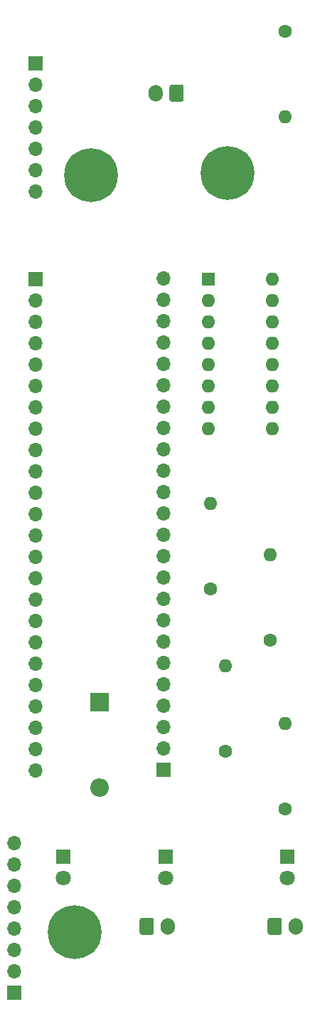
<source format=gts>
G04 #@! TF.GenerationSoftware,KiCad,Pcbnew,(5.1.10-1-10_14)*
G04 #@! TF.CreationDate,2021-07-19T21:53:09+01:00*
G04 #@! TF.ProjectId,sofbpcb,736f6662-7063-4622-9e6b-696361645f70,1*
G04 #@! TF.SameCoordinates,Original*
G04 #@! TF.FileFunction,Soldermask,Top*
G04 #@! TF.FilePolarity,Negative*
%FSLAX46Y46*%
G04 Gerber Fmt 4.6, Leading zero omitted, Abs format (unit mm)*
G04 Created by KiCad (PCBNEW (5.1.10-1-10_14)) date 2021-07-19 21:53:09*
%MOMM*%
%LPD*%
G01*
G04 APERTURE LIST*
%ADD10C,6.400000*%
%ADD11R,1.700000X1.700000*%
%ADD12O,1.700000X1.700000*%
%ADD13O,1.700000X2.000000*%
%ADD14C,1.600000*%
%ADD15O,1.600000X1.600000*%
%ADD16R,1.600000X1.600000*%
%ADD17R,2.200000X2.200000*%
%ADD18O,2.200000X2.200000*%
%ADD19R,1.800000X1.800000*%
%ADD20C,1.800000*%
G04 APERTURE END LIST*
D10*
X127754000Y-55246000D03*
X111500000Y-55500000D03*
X109500000Y-145500000D03*
D11*
X104902000Y-42164000D03*
D12*
X104902000Y-44704000D03*
X104902000Y-47244000D03*
X104902000Y-49784000D03*
X104902000Y-52324000D03*
X104902000Y-54864000D03*
X104902000Y-57404000D03*
D13*
X120610000Y-144780000D03*
G36*
G01*
X117260000Y-145530000D02*
X117260000Y-144030000D01*
G75*
G02*
X117510000Y-143780000I250000J0D01*
G01*
X118710000Y-143780000D01*
G75*
G02*
X118960000Y-144030000I0J-250000D01*
G01*
X118960000Y-145530000D01*
G75*
G02*
X118710000Y-145780000I-250000J0D01*
G01*
X117510000Y-145780000D01*
G75*
G02*
X117260000Y-145530000I0J250000D01*
G01*
G37*
G36*
G01*
X122516000Y-44970000D02*
X122516000Y-46470000D01*
G75*
G02*
X122266000Y-46720000I-250000J0D01*
G01*
X121066000Y-46720000D01*
G75*
G02*
X120816000Y-46470000I0J250000D01*
G01*
X120816000Y-44970000D01*
G75*
G02*
X121066000Y-44720000I250000J0D01*
G01*
X122266000Y-44720000D01*
G75*
G02*
X122516000Y-44970000I0J-250000D01*
G01*
G37*
X119166000Y-45720000D03*
G36*
G01*
X132500000Y-145530000D02*
X132500000Y-144030000D01*
G75*
G02*
X132750000Y-143780000I250000J0D01*
G01*
X133950000Y-143780000D01*
G75*
G02*
X134200000Y-144030000I0J-250000D01*
G01*
X134200000Y-145530000D01*
G75*
G02*
X133950000Y-145780000I-250000J0D01*
G01*
X132750000Y-145780000D01*
G75*
G02*
X132500000Y-145530000I0J250000D01*
G01*
G37*
X135850000Y-144780000D03*
D11*
X104902000Y-67818000D03*
D12*
X104902000Y-70358000D03*
X104902000Y-72898000D03*
X104902000Y-75438000D03*
X104902000Y-77978000D03*
X104902000Y-80518000D03*
X104902000Y-83058000D03*
X104902000Y-85598000D03*
X104902000Y-88138000D03*
X104902000Y-90678000D03*
X104902000Y-93218000D03*
X104902000Y-95758000D03*
X104902000Y-98298000D03*
X104902000Y-100838000D03*
X104902000Y-103378000D03*
X104902000Y-105918000D03*
X104902000Y-108458000D03*
X104902000Y-110998000D03*
X104902000Y-113538000D03*
X104902000Y-116078000D03*
X104902000Y-118618000D03*
X104902000Y-121158000D03*
X104902000Y-123698000D03*
X104902000Y-126238000D03*
X120142000Y-67798000D03*
X120142000Y-70338000D03*
X120142000Y-72878000D03*
X120142000Y-75418000D03*
X120142000Y-77958000D03*
X120142000Y-80498000D03*
X120142000Y-83038000D03*
X120142000Y-85578000D03*
X120142000Y-88118000D03*
X120142000Y-90658000D03*
X120142000Y-93198000D03*
X120142000Y-95738000D03*
X120142000Y-98278000D03*
X120142000Y-100818000D03*
X120142000Y-103358000D03*
X120142000Y-105898000D03*
X120142000Y-108438000D03*
X120142000Y-110978000D03*
X120142000Y-113518000D03*
X120142000Y-116058000D03*
X120142000Y-118598000D03*
X120142000Y-121138000D03*
X120142000Y-123678000D03*
D11*
X120142000Y-126218000D03*
D14*
X134620000Y-38354000D03*
D15*
X134620000Y-48514000D03*
X132842000Y-100584000D03*
D14*
X132842000Y-110744000D03*
X127508000Y-123952000D03*
D15*
X127508000Y-113792000D03*
X125730000Y-94488000D03*
D14*
X125730000Y-104648000D03*
X134620000Y-130810000D03*
D15*
X134620000Y-120650000D03*
D16*
X125476000Y-67818000D03*
D15*
X133096000Y-85598000D03*
X125476000Y-70358000D03*
X133096000Y-83058000D03*
X125476000Y-72898000D03*
X133096000Y-80518000D03*
X125476000Y-75438000D03*
X133096000Y-77978000D03*
X125476000Y-77978000D03*
X133096000Y-75438000D03*
X125476000Y-80518000D03*
X133096000Y-72898000D03*
X125476000Y-83058000D03*
X133096000Y-70358000D03*
X125476000Y-85598000D03*
X133096000Y-67818000D03*
D11*
X102362000Y-152654000D03*
D12*
X102362000Y-150114000D03*
X102362000Y-147574000D03*
X102362000Y-145034000D03*
X102362000Y-142494000D03*
X102362000Y-139954000D03*
X102362000Y-137414000D03*
X102362000Y-134874000D03*
D17*
X112522000Y-118110000D03*
D18*
X112522000Y-128270000D03*
D19*
X134874000Y-136500000D03*
D20*
X134874000Y-139040000D03*
X120396000Y-139040000D03*
D19*
X120396000Y-136500000D03*
X108204000Y-136500000D03*
D20*
X108204000Y-139040000D03*
M02*

</source>
